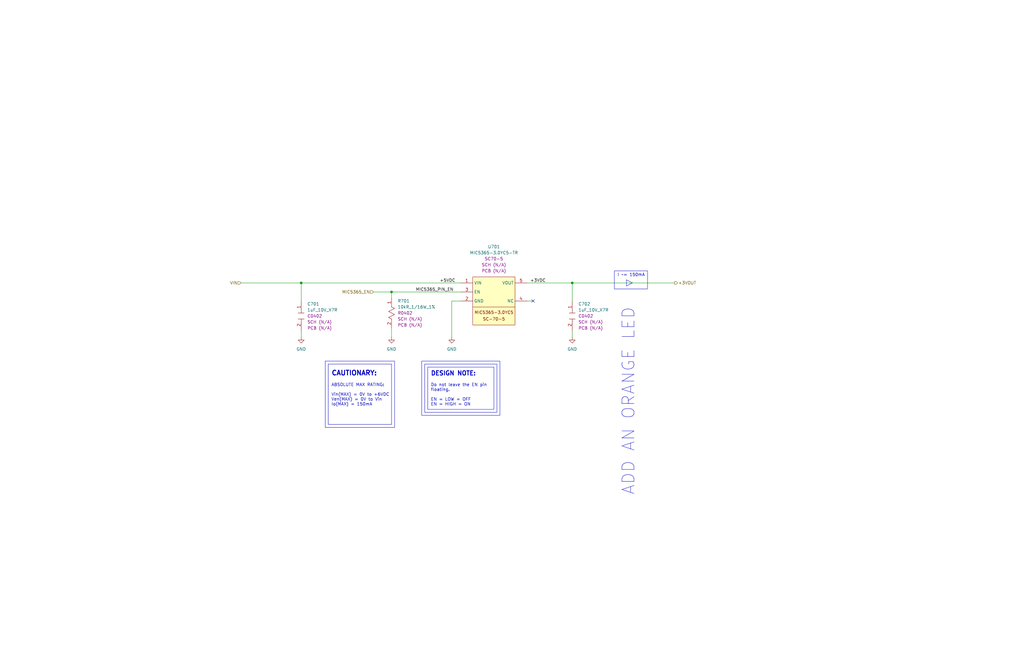
<source format=kicad_sch>
(kicad_sch (version 20230121) (generator eeschema)
  (paper "B")
  (lib_symbols
    (symbol "_SCHLIB_EPen:CAP_1uF_10V_X7R_C0402"
      (property "Reference" "C" (at 2.54 3.81 0))
      (property "Value" "1uF_10V_X7R" (at 2.54 6.35 0))
      (property "Package" "C0402" (at 2.54 21.59 0))
      (property "SCH CHECK" "SCH (N/A)" (at 2.54 24.13 0))
      (property "PCB CHECK" "PCB (N/A)" (at 2.54 26.67 0))
      (symbol "CAP_1uF_10V_X7R_C0402_0_1"
        (polyline (pts (xy 5.08 1.27) (xy 5.08 -1.27)))
        (polyline (pts (xy 7.62 1.27) (xy 7.62 -1.27)))
      )
      (symbol "CAP_1uF_10V_X7R_C0402_1_1"
        (pin passive line (at 0 0 0) (length 5.08) (name "") (number "1"))
        (pin passive line (at 12.7 0 180) (length 5.08) (name "") (number "2"))
      )
    )
    (symbol "_SCHLIB_EPen:PMIC_LDO_MIC5365_3V_150mA_SC70-5"
      (property "Reference" "U" (at 2.54 3.81 0))
      (property "Value" "MIC5365-3.0YC5-TR" (at 2.54 6.35 0))
      (property "Package" "SC70-5" (at 2.54 21.59 0))
      (property "SCH CHECK" "SCH (N/A)" (at 2.54 24.13 0))
      (property "PCB CHECK" "PCB (N/A)" (at 2.54 26.67 0))
      (symbol "PMIC_LDO_MIC5365_3V_150mA_SC70-5_0_0"
        (text "	\nMIC5365-3.0YC5" (at 8.89 -13.97 0) (effects (font (size 1.27 1.27))))
        (text "SC-70-5" (at 8.89 -17.78 0) (effects (font (size 1.27 1.27))))
      )
      (symbol "PMIC_LDO_MIC5365_3V_150mA_SC70-5_0_1"
        (polyline (pts (xy 17.78 -12.7) (xy 0 -12.7)))
      )
      (symbol "PMIC_LDO_MIC5365_3V_150mA_SC70-5_1_1"
        (rectangle (start 0 0) (end 17.78 -20.32) (fill (type background)))
        (pin passive line (at -5.08 -2.54 0) (length 5.08) (name "VIN") (number "1"))
        (pin passive line (at -5.08 -10.16 0) (length 5.08) (name "GND") (number "2"))
        (pin passive line (at -5.08 -6.35 0) (length 5.08) (name "EN") (number "3"))
        (pin passive line (at 22.86 -10.16 180) (length 5.08) (name "NC") (number "4"))
        (pin passive line (at 22.86 -2.54 180) (length 5.08) (name "VOUT") (number "5"))
      )
    )
    (symbol "_SCHLIB_EPen:RES_10kR_1/16W_1%_R0402"
      (property "Reference" "R" (at 2.54 3.81 0))
      (property "Value" "10kR_1/16W_1%" (at 2.54 6.35 0))
      (property "Package" "R0402" (at 2.54 21.59 0))
      (property "SCH CHECK" "SCH (N/A)" (at 2.54 24.13 0))
      (property "PCB CHECK" "PCB (N/A)" (at 2.54 26.67 0))
      (symbol "RES_10kR_1/16W_1%_R0402_0_1"
        (polyline (pts (xy 3.81 0) (xy 4.445 1.27) (xy 5.715 -1.27) (xy 6.985 1.27) (xy 8.255 -1.27) (xy 8.89 0)))
      )
      (symbol "RES_10kR_1/16W_1%_R0402_1_1"
        (pin passive line (at 0 0 0) (length 3.81) (name "") (number "1"))
        (pin passive line (at 12.7 0 180) (length 3.81) (name "") (number "2"))
      )
    )
    (symbol "power:GND" (power) (pin_names (offset 0))
      (property "Value" "GND" (at 0 -3.81 0))
      (symbol "GND_0_1"
        (polyline (pts (xy 0 0) (xy 0 -1.27) (xy 1.27 -1.27) (xy 0 -2.54) (xy -1.27 -1.27) (xy 0 -1.27)))
      )
      (symbol "GND_1_1"
        (pin power_in line (at 0 0 270) (length 0) hide (name "GND") (number "1"))
      )
    )
  )
  (junction (at 127 119.38))
  (junction (at 241.3 119.38))
  (junction (at 165.1 123.19))
  (no_connect (at 224.79 127))
  (polyline (pts (xy 138.43 153.67) (xy 165.1 153.67)))
  (wire (pts (xy 127 139.7) (xy 127 142.24)))
  (polyline (pts (xy 166.37 152.4) (xy 166.37 180.34)))
  (wire (pts (xy 241.3 119.38) (xy 241.3 127)))
  (wire (pts (xy 222.25 119.38) (xy 241.3 119.38)))
  (wire (pts (xy 241.3 139.7) (xy 241.3 142.24)))
  (wire (pts (xy 101.6 119.38) (xy 127 119.38)))
  (polyline (pts (xy 138.43 153.67) (xy 138.43 179.07)))
  (polyline (pts (xy 166.37 180.34) (xy 137.16 180.34)))
  (polyline (pts (xy 165.1 153.67) (xy 165.1 179.07)))
  (wire (pts (xy 157.48 123.19) (xy 165.1 123.19)))
  (wire (pts (xy 241.3 119.38) (xy 284.48 119.38)))
  (wire (pts (xy 224.79 127) (xy 222.25 127)))
  (polyline (pts (xy 165.1 179.07) (xy 138.43 179.07)))
  (polyline (pts (xy 137.16 152.4) (xy 137.16 180.34)))
  (wire (pts (xy 165.1 123.19) (xy 165.1 125.73)))
  (polyline (pts (xy 137.16 152.4) (xy 166.37 152.4)))
  (wire (pts (xy 165.1 123.19) (xy 194.31 123.19)))
  (polyline (pts (xy 264.16 120.65) (xy 266.7 119.38)))
  (wire (pts (xy 127 119.38) (xy 194.31 119.38)))
  (wire (pts (xy 190.5 127) (xy 190.5 142.24)))
  (polyline (pts (xy 264.16 118.11) (xy 264.16 120.65)))
  (wire (pts (xy 165.1 138.43) (xy 165.1 142.24)))
  (wire (pts (xy 190.5 127) (xy 194.31 127)))
  (polyline (pts (xy 264.16 118.11) (xy 266.7 119.38)))
  (wire (pts (xy 127 127) (xy 127 119.38)))
  (rectangle (start 179.07 153.67) (end 209.55 173.99))
  (rectangle (start 177.8 152.4) (end 210.82 175.26))
  (rectangle (start 259.08 114.3) (end 273.05 121.92))
  (rectangle (start 180.34 154.94) (end 208.28 172.72))
  (text "ADD AN ORANGE LED" (at 267.97 129.54 90) (effects (font (size 5.08 5.08)) (justify right bottom)))
  (text "CAUTIONARY:" (at 139.7 158.75 0) (effects (font (size 2 2) bold) (justify left bottom)))
  (text "I ~= 150mA" (at 260.35 116.84 0) (effects (font (size 1.27 1.27)) (justify left bottom)))
  (text "Do not leave the EN pin\nfloating.\n\nEN = LOW = OFF\nEN = HIGH = ON" (at 181.61 171.45 0) (effects (font (size 1.27 1.27)) (justify left bottom)))
  (text "DESIGN NOTE:" (at 181.61 158.75 0) (effects (font (size 1.8 1.8) bold) (justify left bottom)))
  (text "ABSOLUTE MAX RATING:\n\nVin(MAX) = 0V to +6VDC\nVen(MAX) = 0V to Vin\nIo(MAX) = 150mA" (at 139.7 171.45 0) (effects (font (size 1.27 1.27)) (justify left bottom)))
  (label "+3VDC" (at 223.52 119.38 0))
  (label "MIC5365_PIN_EN" (at 175.26 123.19 0))
  (label "+5VDC" (at 185.42 119.38 0))
  (hierarchical_label "MIC5365_EN" (shape input) (at 157.48 123.19 180))
  (hierarchical_label "VIN" (shape input) (at 101.6 119.38 180))
  (hierarchical_label "+3VOUT" (shape output) (at 284.48 119.38 0))
  (symbol (lib_id "_SCHLIB_EPen:CAP_1uF_10V_X7R_C0402") (at 127 127 270) (unit 1)
    (property "Reference" "C701" (at 129.54 128.27 90) (effects (justify left)))
    (property "Value" "1uF_10V_X7R" (at 129.54 130.81 90) (effects (justify left)))
    (property "Footprint" "Capacitor_SMD:C_0402_1005Metric" (effects hide))
    (property "Datasheet" "https://search.murata.co.jp/Ceramy/image/img/A01X/G101/ENG/GRM155Z71A105KE01-01.pdf" (effects hide))
    (property "Description" "1 µF ±10% 10V Ceramic Capacitor X7R 0402 (1005 Metric)" (effects hide))
    (property "Part Number" "GRM155Z71A105KE01D" (effects hide))
    (property "Link" "https://www.digikey.ca/en/products/detail/murata-electronics/GRM155Z71A105KE01D/13905035" (effects hide))
    (property "Package" "C0402" (at 129.54 133.35 90) (effects (justify left)))
    (property "SCH CHECK" "SCH (N/A)" (at 129.54 135.89 90) (effects (justify left)))
    (property "PCB CHECK" "PCB (N/A)" (at 129.54 138.43 90) (effects (justify left)))
  )
  (symbol (lib_id "power:GND") (at 127 142.24 0) (unit 1)
    (property "Reference" "#PWR0702" (effects hide))
    (property "Value" "GND" (at 127 147.32 0))
  )
  (symbol (lib_id "_SCHLIB_EPen:RES_10kR_1/16W_1%_R0402") (at 165.1 125.73 270) (unit 1)
    (property "Reference" "R701" (at 167.64 127 90) (effects (justify left)))
    (property "Value" "10kR_1/16W_1%" (at 167.64 129.54 90) (effects (justify left)))
    (property "Footprint" "Resistor_SMD:R_0402_1005Metric" (effects hide))
    (property "Datasheet" "https://www.bourns.com/docs/product-datasheets/cr.pdf?sfvrsn=574d41f6_14" (effects hide))
    (property "Description" "10 kOhms ±1% 0.063W, 1/16W Chip Resistor 0402 (1005 Metric) Thick Film" (effects hide))
    (property "Part Number" "CR0402-FX-1002GLF" (effects hide))
    (property "Link" "https://www.digikey.ca/en/products/detail/bourns-inc/CR0402-FX-1002GLF/3593192" (effects hide))
    (property "Package" "R0402" (at 167.64 132.08 90) (effects (justify left)))
    (property "SCH CHECK" "SCH (N/A)" (at 167.64 134.62 90) (effects (justify left)))
    (property "PCB CHECK" "PCB (N/A)" (at 167.64 137.16 90) (effects (justify left)))
  )
  (symbol (lib_id "_SCHLIB_EPen:CAP_1uF_10V_X7R_C0402") (at 241.3 127 270) (unit 1)
    (property "Reference" "C702" (at 243.84 128.27 90) (effects (justify left)))
    (property "Value" "1uF_10V_X7R" (at 243.84 130.81 90) (effects (justify left)))
    (property "Footprint" "Capacitor_SMD:C_0402_1005Metric" (effects hide))
    (property "Datasheet" "https://search.murata.co.jp/Ceramy/image/img/A01X/G101/ENG/GRM155Z71A105KE01-01.pdf" (effects hide))
    (property "Description" "1 µF ±10% 10V Ceramic Capacitor X7R 0402 (1005 Metric)" (effects hide))
    (property "Part Number" "GRM155Z71A105KE01D" (effects hide))
    (property "Link" "https://www.digikey.ca/en/products/detail/murata-electronics/GRM155Z71A105KE01D/13905035" (effects hide))
    (property "Package" "C0402" (at 243.84 133.35 90) (effects (justify left)))
    (property "SCH CHECK" "SCH (N/A)" (at 243.84 135.89 90) (effects (justify left)))
    (property "PCB CHECK" "PCB (N/A)" (at 243.84 138.43 90) (effects (justify left)))
  )
  (symbol (lib_id "_SCHLIB_EPen:PMIC_LDO_MIC5365_3V_150mA_SC70-5") (at 199.39 116.84 0) (unit 1)
    (property "Reference" "U701" (at 208.28 104.14 0))
    (property "Value" "MIC5365-3.0YC5-TR" (at 208.28 106.68 0))
    (property "Footprint" "Package_TO_SOT_SMD:SOT-353_SC-70-5" (effects hide))
    (property "Datasheet" "https://ww1.microchip.com/downloads/en/DeviceDoc/mic5365.pdf" (effects hide))
    (property "Description" "Linear Voltage Regulator IC Positive Fixed 1 Output 150mA SC-70-5" (effects hide))
    (property "Part Number" "MIC5365-3.0YC5-TR" (effects hide))
    (property "Link" "https://www.digikey.ca/en/products/detail/microchip-technology/MIC5365-3-0YC5-TR/1868092" (effects hide))
    (property "Package" "SC70-5" (at 208.28 109.22 0))
    (property "SCH CHECK" "SCH (N/A)" (at 208.28 111.76 0))
    (property "PCB CHECK" "PCB (N/A)" (at 208.28 114.3 0))
  )
  (symbol (lib_id "power:GND") (at 241.3 142.24 0) (unit 1)
    (property "Reference" "#PWR0703" (effects hide))
    (property "Value" "GND" (at 241.3 147.32 0))
  )
  (symbol (lib_id "power:GND") (at 190.5 142.24 0) (unit 1)
    (property "Reference" "#PWR0704" (effects hide))
    (property "Value" "GND" (at 190.5 147.32 0))
  )
  (symbol (lib_id "power:GND") (at 165.1 142.24 0) (unit 1)
    (property "Reference" "#PWR0701" (effects hide))
    (property "Value" "GND" (at 165.1 147.32 0))
  )
)
</source>
